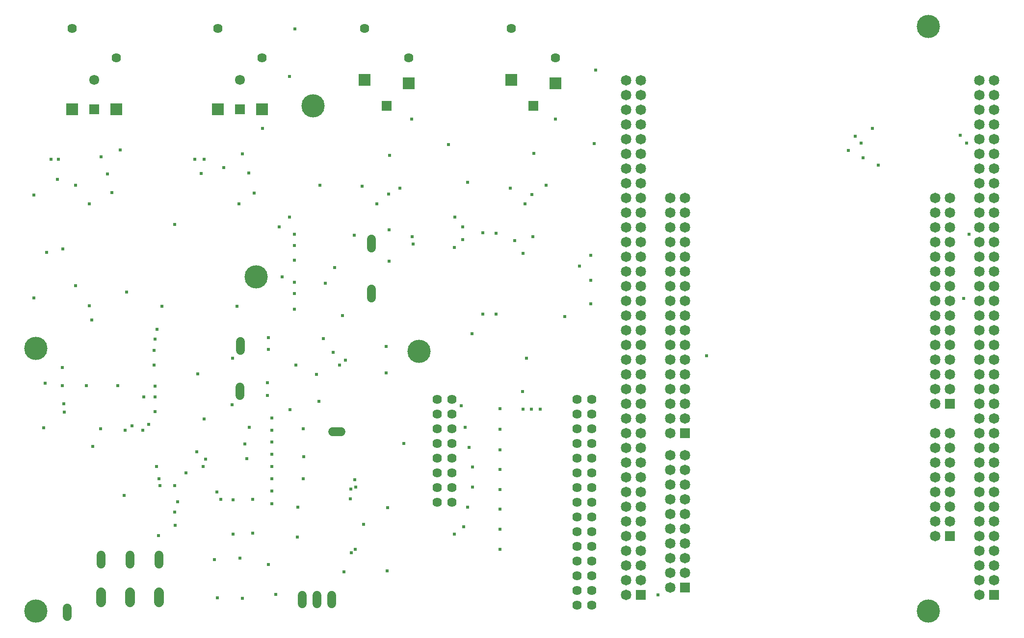
<source format=gbr>
G04 EAGLE Gerber RS-274X export*
G75*
%MOMM*%
%FSLAX34Y34*%
%LPD*%
%INSoldermask Bottom*%
%IPPOS*%
%AMOC8*
5,1,8,0,0,1.08239X$1,22.5*%
G01*
%ADD10C,4.020000*%
%ADD11R,2.120000X2.120000*%
%ADD12R,1.720000X1.720000*%
%ADD13C,1.620000*%
%ADD14C,1.720000*%
%ADD15C,1.713800*%
%ADD16C,1.520000*%
%ADD17R,1.820000X1.820000*%
%ADD18C,1.820000*%
%ADD19C,0.620000*%


D10*
X30000Y30000D03*
X1570000Y30000D03*
X691000Y479000D03*
X1570000Y1040000D03*
X508000Y903000D03*
X410000Y608000D03*
X30000Y484000D03*
D11*
X673100Y941650D03*
D12*
X635000Y903500D03*
D11*
X596900Y948000D03*
D13*
X596900Y1036900D03*
X673100Y986100D03*
D14*
X130000Y948000D03*
D11*
X91900Y897200D03*
D12*
X130000Y897200D03*
D11*
X168100Y897200D03*
D13*
X91900Y1037000D03*
X168100Y986100D03*
D11*
X926100Y941650D03*
D12*
X888000Y903500D03*
D11*
X849900Y948000D03*
D13*
X849900Y1036900D03*
X926100Y986100D03*
D14*
X382000Y948000D03*
D11*
X343900Y897200D03*
D12*
X382000Y897200D03*
D11*
X420100Y897200D03*
D13*
X343900Y1037000D03*
X420100Y986100D03*
D15*
X242000Y62369D02*
X242000Y45431D01*
X192000Y45431D02*
X192000Y62369D01*
X142000Y62369D02*
X142000Y45431D01*
D16*
X192000Y111500D02*
X192000Y126500D01*
X541500Y340000D02*
X556500Y340000D01*
X514400Y57500D02*
X514400Y42500D01*
X142000Y111500D02*
X142000Y126500D01*
X608500Y571500D02*
X608500Y586500D01*
X608500Y657500D02*
X608500Y672500D01*
D17*
X1683500Y58100D03*
D18*
X1658100Y58100D03*
X1683500Y83500D03*
X1658100Y83500D03*
X1683500Y108900D03*
X1658100Y108900D03*
X1683500Y134300D03*
X1658100Y134300D03*
X1683500Y159700D03*
X1658100Y159700D03*
X1683500Y185100D03*
X1658100Y185100D03*
X1683500Y210500D03*
X1658100Y210500D03*
X1683500Y235900D03*
X1658100Y235900D03*
X1683500Y261300D03*
X1658100Y261300D03*
X1683500Y286700D03*
X1658100Y286700D03*
X1683500Y312100D03*
X1658100Y312100D03*
X1683500Y337500D03*
X1658100Y337500D03*
X1683500Y362900D03*
X1658100Y362900D03*
X1683500Y388300D03*
X1658100Y388300D03*
X1683500Y413700D03*
X1658100Y413700D03*
X1683500Y439100D03*
X1658100Y439100D03*
X1683500Y464500D03*
X1658100Y464500D03*
X1683500Y489900D03*
X1658100Y489900D03*
X1683500Y515300D03*
X1658100Y515300D03*
X1683500Y540700D03*
X1658100Y540700D03*
X1683500Y566100D03*
X1658100Y566100D03*
X1683500Y591500D03*
X1658100Y591500D03*
X1683500Y616900D03*
X1658100Y616900D03*
X1683500Y642300D03*
X1658100Y642300D03*
X1683500Y667700D03*
X1658100Y667700D03*
X1683500Y693100D03*
X1658100Y693100D03*
X1683500Y718500D03*
X1658100Y718500D03*
X1683500Y743900D03*
X1658100Y743900D03*
X1683500Y769300D03*
X1658100Y769300D03*
X1683500Y794700D03*
X1658100Y794700D03*
X1683500Y820100D03*
X1658100Y820100D03*
X1683500Y845500D03*
X1658100Y845500D03*
X1683500Y870900D03*
X1658100Y870900D03*
X1683500Y896300D03*
X1658100Y896300D03*
X1683500Y921700D03*
X1658100Y921700D03*
X1683500Y947100D03*
X1658100Y947100D03*
D17*
X1607300Y159700D03*
D18*
X1581900Y159700D03*
X1607300Y185100D03*
X1581900Y185100D03*
X1607300Y210500D03*
X1581900Y210500D03*
X1607300Y235900D03*
X1581900Y235900D03*
X1607300Y261300D03*
X1581900Y261300D03*
X1607300Y286700D03*
X1581900Y286700D03*
X1607300Y312100D03*
X1581900Y312100D03*
X1607300Y337500D03*
X1581900Y337500D03*
D17*
X1607300Y388300D03*
D18*
X1581900Y388300D03*
X1607300Y413700D03*
X1581900Y413700D03*
X1607300Y439100D03*
X1581900Y439100D03*
X1607300Y464500D03*
X1581900Y464500D03*
X1607300Y489900D03*
X1581900Y489900D03*
X1607300Y515300D03*
X1581900Y515300D03*
X1607300Y540700D03*
X1581900Y540700D03*
X1607300Y566100D03*
X1581900Y566100D03*
X1607300Y591500D03*
X1581900Y591500D03*
X1607300Y616900D03*
X1581900Y616900D03*
X1607300Y642300D03*
X1581900Y642300D03*
X1607300Y667700D03*
X1581900Y667700D03*
X1607300Y693100D03*
X1581900Y693100D03*
X1607300Y718500D03*
X1581900Y718500D03*
X1607300Y743900D03*
X1581900Y743900D03*
D17*
X1150100Y70800D03*
D18*
X1124700Y70800D03*
X1150100Y96200D03*
X1124700Y96200D03*
X1150100Y121600D03*
X1124700Y121600D03*
X1150100Y147000D03*
X1124700Y147000D03*
X1150100Y172400D03*
X1124700Y172400D03*
X1150100Y197800D03*
X1124700Y197800D03*
X1150100Y223200D03*
X1124700Y223200D03*
X1150100Y248600D03*
X1124700Y248600D03*
X1150100Y274000D03*
X1124700Y274000D03*
X1150100Y299400D03*
X1124700Y299400D03*
D17*
X1150100Y337500D03*
D18*
X1124700Y337500D03*
X1150100Y362900D03*
X1124700Y362900D03*
X1150100Y388300D03*
X1124700Y388300D03*
X1150100Y413700D03*
X1124700Y413700D03*
X1150100Y439100D03*
X1124700Y439100D03*
X1150100Y464500D03*
X1124700Y464500D03*
X1150100Y489900D03*
X1124700Y489900D03*
X1150100Y515300D03*
X1124700Y515300D03*
X1150100Y540700D03*
X1124700Y540700D03*
X1150100Y566100D03*
X1124700Y566100D03*
X1150100Y591500D03*
X1124700Y591500D03*
X1150100Y616900D03*
X1124700Y616900D03*
X1150100Y642300D03*
X1124700Y642300D03*
X1150100Y667700D03*
X1124700Y667700D03*
X1150100Y693100D03*
X1124700Y693100D03*
X1150100Y718500D03*
X1124700Y718500D03*
X1150100Y743900D03*
X1124700Y743900D03*
D17*
X1073900Y58100D03*
D18*
X1048500Y58100D03*
X1073900Y83500D03*
X1048500Y83500D03*
X1073900Y108900D03*
X1048500Y108900D03*
X1073900Y134300D03*
X1048500Y134300D03*
X1073900Y159700D03*
X1048500Y159700D03*
X1073900Y185100D03*
X1048500Y185100D03*
X1073900Y210500D03*
X1048500Y210500D03*
X1073900Y235900D03*
X1048500Y235900D03*
X1073900Y261300D03*
X1048500Y261300D03*
X1073900Y286700D03*
X1048500Y286700D03*
X1073900Y312100D03*
X1048500Y312100D03*
X1073900Y337500D03*
X1048500Y337500D03*
X1073900Y362900D03*
X1048500Y362900D03*
X1073900Y388300D03*
X1048500Y388300D03*
X1073900Y413700D03*
X1048500Y413700D03*
X1073900Y439100D03*
X1048500Y439100D03*
X1073900Y464500D03*
X1048500Y464500D03*
X1073900Y489900D03*
X1048500Y489900D03*
X1073900Y515300D03*
X1048500Y515300D03*
X1073900Y540700D03*
X1048500Y540700D03*
X1073900Y566100D03*
X1048500Y566100D03*
X1073900Y591500D03*
X1048500Y591500D03*
X1073900Y616900D03*
X1048500Y616900D03*
X1073900Y642300D03*
X1048500Y642300D03*
X1073900Y667700D03*
X1048500Y667700D03*
X1073900Y693100D03*
X1048500Y693100D03*
X1073900Y718500D03*
X1048500Y718500D03*
X1073900Y743900D03*
X1048500Y743900D03*
X1073900Y769300D03*
X1048500Y769300D03*
X1073900Y794700D03*
X1048500Y794700D03*
X1073900Y820100D03*
X1048500Y820100D03*
X1073900Y845500D03*
X1048500Y845500D03*
X1073900Y870900D03*
X1048500Y870900D03*
X1073900Y896300D03*
X1048500Y896300D03*
X1073900Y921700D03*
X1048500Y921700D03*
X1073900Y947100D03*
X1048500Y947100D03*
D16*
X539800Y57500D02*
X539800Y42500D01*
D13*
X722100Y395900D03*
X722100Y370500D03*
X722100Y345100D03*
X722100Y319700D03*
X722100Y294300D03*
X722100Y268900D03*
X722100Y243500D03*
X722100Y218100D03*
X747500Y395900D03*
X747500Y370500D03*
X747500Y345100D03*
X747500Y319700D03*
X747500Y294300D03*
X747500Y268900D03*
X747500Y243500D03*
X747500Y218100D03*
X963400Y395900D03*
X963400Y370500D03*
X963400Y345100D03*
X963400Y319700D03*
X963400Y294300D03*
X963400Y268900D03*
X963400Y243500D03*
X963400Y218100D03*
X988800Y395900D03*
X988800Y370500D03*
X988800Y345100D03*
X988800Y319700D03*
X988800Y294300D03*
X988800Y268900D03*
X988800Y243500D03*
X988800Y218100D03*
X963400Y192700D03*
X963400Y167300D03*
X963400Y141900D03*
X963400Y116500D03*
X963400Y91100D03*
X963400Y65700D03*
X963400Y40300D03*
X988800Y192700D03*
X988800Y167300D03*
X988800Y141900D03*
X988800Y116500D03*
X988800Y91100D03*
X988800Y65700D03*
X988800Y40300D03*
D16*
X382000Y402500D02*
X382000Y417500D01*
X383000Y480500D02*
X383000Y495500D01*
X489000Y57500D02*
X489000Y42500D01*
X242000Y111500D02*
X242000Y126500D01*
X84000Y35500D02*
X84000Y20500D01*
D19*
X153000Y785500D03*
X397000Y787500D03*
X658000Y761000D03*
X910000Y766000D03*
X856000Y670000D03*
X870000Y648000D03*
X639000Y635000D03*
X476000Y579000D03*
X476000Y662000D03*
X514000Y439000D03*
X234000Y481000D03*
X235000Y400000D03*
X184000Y343000D03*
X289000Y269000D03*
X216000Y400000D03*
X117000Y420000D03*
X437000Y364000D03*
X437000Y322000D03*
X437000Y280000D03*
X437000Y238000D03*
X241000Y161000D03*
X343000Y53000D03*
X987000Y561000D03*
X175000Y827000D03*
X142000Y815000D03*
X161000Y753000D03*
X421000Y864000D03*
X386000Y820000D03*
X406000Y752000D03*
X889000Y821000D03*
X993000Y838000D03*
X741370Y836630D03*
X640000Y818000D03*
X638000Y751000D03*
X886000Y750000D03*
X887000Y677350D03*
X751500Y658500D03*
X639000Y689000D03*
X476000Y598000D03*
X476000Y636000D03*
X476000Y681000D03*
X476000Y552000D03*
X553500Y455500D03*
X478000Y455000D03*
X634000Y487000D03*
X235000Y500000D03*
X234000Y455000D03*
X235000Y419000D03*
X235000Y375000D03*
X318050Y279950D03*
X238000Y280000D03*
X43000Y347000D03*
X141000Y345000D03*
X128000Y315000D03*
X79000Y374000D03*
X171000Y420000D03*
X75000Y420000D03*
X244000Y247000D03*
X196000Y350000D03*
X636000Y99500D03*
X637000Y208500D03*
X664500Y320000D03*
X437000Y343000D03*
X437000Y301000D03*
X437000Y259000D03*
X437000Y216000D03*
X370000Y163000D03*
X370000Y222000D03*
X270000Y178000D03*
X269000Y247000D03*
X390000Y319000D03*
X431000Y503000D03*
X382000Y122000D03*
X386000Y52000D03*
X987000Y602000D03*
X987000Y645000D03*
X429487Y425000D03*
X67000Y776000D03*
X592500Y764500D03*
X98000Y766000D03*
X520000Y766000D03*
X56000Y811000D03*
X69000Y811000D03*
X320000Y811000D03*
X304000Y811000D03*
X354000Y796460D03*
X848000Y761000D03*
X315000Y786000D03*
X775000Y771000D03*
X766000Y672000D03*
X681000Y664000D03*
X801000Y543000D03*
X801000Y684000D03*
X824000Y543000D03*
X824000Y683000D03*
X870000Y379000D03*
X869504Y409496D03*
X214050Y343000D03*
X78000Y388000D03*
X900000Y379000D03*
X634410Y441410D03*
X76000Y656000D03*
X46000Y424000D03*
X48000Y650000D03*
X75000Y451000D03*
X885000Y379000D03*
X526000Y501000D03*
X766000Y694000D03*
X679000Y677000D03*
X26000Y749000D03*
X477000Y1036000D03*
X1483000Y801000D03*
X269000Y698000D03*
X467000Y711000D03*
X467000Y954000D03*
X1457254Y813254D03*
X753000Y711000D03*
X782000Y509000D03*
X1431834Y825834D03*
X26000Y571000D03*
X1453460Y839000D03*
X126000Y533000D03*
X1443920Y851000D03*
X239000Y517000D03*
X1473000Y864000D03*
X182000Y230000D03*
X349000Y223000D03*
X1103000Y58000D03*
X545000Y624000D03*
X543000Y477000D03*
X558540Y541000D03*
X564000Y464000D03*
X274000Y219000D03*
X450000Y694000D03*
X942000Y539000D03*
X1625000Y852000D03*
X1636000Y839000D03*
X968000Y626000D03*
X122000Y734000D03*
X380000Y734000D03*
X874000Y734000D03*
X618000Y734000D03*
X122000Y558000D03*
X377000Y557000D03*
X247000Y557000D03*
X996000Y965000D03*
X876000Y467000D03*
X678000Y880000D03*
X926000Y880000D03*
X1187000Y471000D03*
X1631000Y570000D03*
X595000Y180000D03*
X580000Y257500D03*
X763524Y385000D03*
X831000Y380000D03*
X1640000Y681000D03*
X770572Y348000D03*
X831000Y344000D03*
X777620Y313000D03*
X831000Y309000D03*
X783000Y279000D03*
X831000Y275000D03*
X783000Y244000D03*
X831000Y240000D03*
X775000Y210000D03*
X831000Y206000D03*
X767596Y176000D03*
X831000Y172000D03*
X751980Y163542D03*
X831000Y137000D03*
X582000Y244000D03*
X581000Y137000D03*
X573000Y241000D03*
X572000Y224000D03*
X561000Y98000D03*
X574000Y131000D03*
X309000Y440000D03*
X307000Y305000D03*
X320000Y362000D03*
X323000Y293000D03*
X224000Y353000D03*
X98000Y592000D03*
X468000Y378000D03*
X579500Y679500D03*
X491000Y345000D03*
X529000Y597000D03*
X492000Y297000D03*
X369000Y467000D03*
X491000Y259000D03*
X368000Y387000D03*
X342000Y236000D03*
X455000Y608000D03*
X404000Y165000D03*
X481000Y158000D03*
X404000Y223000D03*
X482000Y210000D03*
X269000Y201000D03*
X518000Y393000D03*
X444000Y59000D03*
X338000Y119000D03*
X431000Y482000D03*
X431000Y111000D03*
X429500Y402500D03*
X186000Y581000D03*
X242000Y259000D03*
X398000Y348000D03*
X393540Y293709D03*
M02*

</source>
